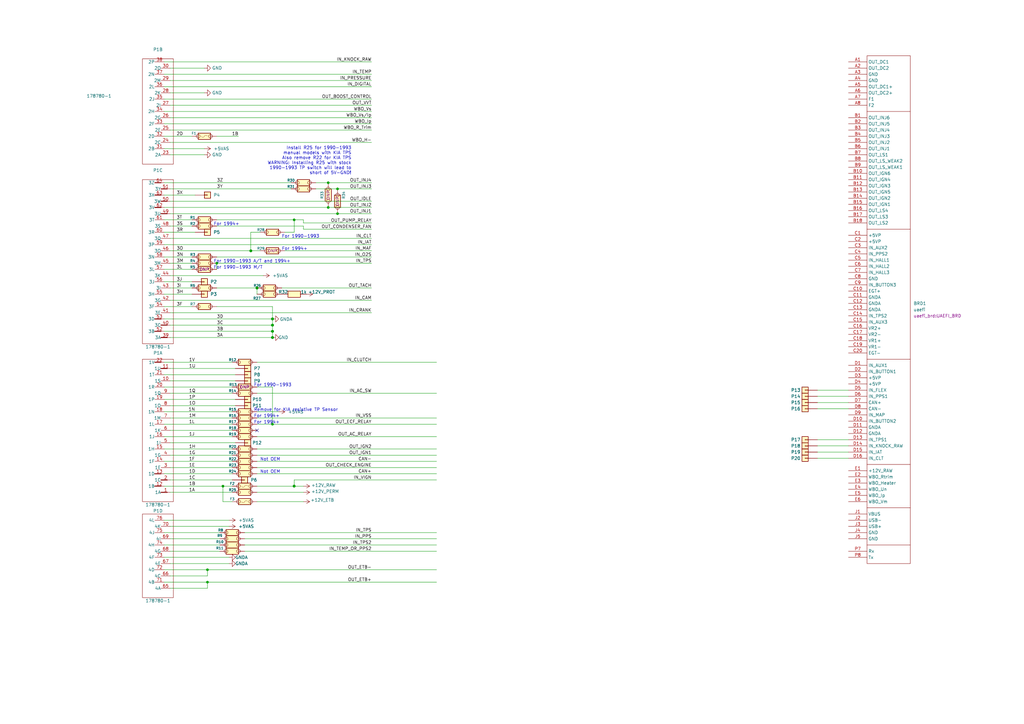
<source format=kicad_sch>
(kicad_sch (version 20230121) (generator eeschema)
  (paper "A3")
  (lib_symbols
    (symbol "178780-1:178780-1" (pin_names (offset 0.025))
      (property "Reference" "P2" (at 3.81 22.86 90))
      (property "Value" "178780-1" (at 3.81 20.32 90))
      (symbol "178780-1_1_0"
        (rectangle (start 29.21 -10.16) (end -29.21 2.54))
      )
      (symbol "178780-1_1_1"
        (polyline (pts (xy -25.4 -7.62) (xy -25.4 -5.08)) (stroke (width 0.381)))
        (polyline (pts (xy -22.86 -5.08) (xy -22.86 -2.54)) (stroke (width 0.381)))
        (polyline (pts (xy -20.32 -7.62) (xy -20.32 -5.08)) (stroke (width 0.381)))
        (polyline (pts (xy -17.78 -5.08) (xy -17.78 -2.54)) (stroke (width 0.381)))
        (polyline (pts (xy 25.4 -7.62) (xy 25.4 -5.08)) (stroke (width 0.381)))
        (polyline (pts (xy 27.94 -5.08) (xy 27.94 -2.54)) (stroke (width 0.381)))
        (pin passive line (at -25.4 -8.89 90) (length 3.81) (name "1A") (number "1"))
        (pin passive line (at 20.32 -8.89 90) (length 3.81) (name "1S") (number "10"))
        (pin passive line (at 25.4 -8.89 90) (length 3.81) (name "1U") (number "11"))
        (pin passive line (at -22.86 -6.35 90) (length 3.81) (name "1B") (number "12"))
        (pin passive line (at -17.78 -6.35 90) (length 3.81) (name "1D") (number "13"))
        (pin passive line (at -12.7 -6.35 90) (length 3.81) (name "1F") (number "14"))
        (pin passive line (at -7.62 -6.35 90) (length 3.81) (name "1H") (number "15"))
        (pin passive line (at -2.54 -6.35 90) (length 3.81) (name "1J") (number "16"))
        (pin passive line (at 2.54 -6.35 90) (length 3.81) (name "1L") (number "17"))
        (pin passive line (at 7.62 -6.35 90) (length 3.81) (name "1N") (number "18"))
        (pin passive line (at 12.7 -6.35 90) (length 3.81) (name "1P") (number "19"))
        (pin passive line (at -20.32 -8.89 90) (length 3.81) (name "1C") (number "2"))
        (pin passive line (at 17.78 -6.35 90) (length 3.81) (name "1R") (number "20"))
        (pin passive line (at 22.86 -6.35 90) (length 3.81) (name "1T") (number "21"))
        (pin passive line (at 27.94 -6.35 90) (length 3.81) (name "1V") (number "22"))
        (pin passive line (at -15.24 -8.89 90) (length 3.81) (name "1E") (number "3"))
        (pin passive line (at -10.16 -8.89 90) (length 3.81) (name "1G") (number "4"))
        (pin passive line (at -5.08 -8.89 90) (length 3.81) (name "1I") (number "5"))
        (pin passive line (at 0 -8.89 90) (length 3.81) (name "1K") (number "6"))
        (pin passive line (at 5.08 -8.89 90) (length 3.81) (name "1M") (number "7"))
        (pin passive line (at 10.16 -8.89 90) (length 3.81) (name "1O") (number "8"))
        (pin passive line (at 15.24 -8.89 90) (length 3.81) (name "1Q") (number "9"))
      )
      (symbol "178780-1_2_0"
        (rectangle (start 19.05 -10.16) (end -24.13 2.54))
      )
      (symbol "178780-1_2_1"
        (pin passive line (at -20.32 -8.89 90) (length 3.81) (name "2A") (number "23"))
        (pin passive line (at -15.24 -8.89 90) (length 3.81) (name "2C") (number "24"))
        (pin passive line (at -10.16 -8.89 90) (length 3.81) (name "2E") (number "25"))
        (pin passive line (at -5.08 -8.89 90) (length 3.81) (name "2G") (number "26"))
        (pin passive line (at 0 -8.89 90) (length 3.81) (name "2I") (number "27"))
        (pin passive line (at 5.08 -8.89 90) (length 3.81) (name "2K") (number "28"))
        (pin passive line (at 10.16 -8.89 90) (length 3.81) (name "2M") (number "29"))
        (pin passive line (at 15.24 -8.89 90) (length 3.81) (name "2O") (number "30"))
        (pin passive line (at -17.78 -6.35 90) (length 3.81) (name "2B") (number "31"))
        (pin passive line (at -12.7 -6.35 90) (length 3.81) (name "2D") (number "32"))
        (pin passive line (at -7.62 -6.35 90) (length 3.81) (name "2F") (number "33"))
        (pin passive line (at -2.54 -6.35 90) (length 3.81) (name "2H") (number "34"))
        (pin passive line (at 2.54 -6.35 90) (length 3.81) (name "2J") (number "35"))
        (pin passive line (at 7.62 -6.35 90) (length 3.81) (name "2L") (number "36"))
        (pin passive line (at 12.7 -6.35 90) (length 3.81) (name "2N") (number "37"))
        (pin passive line (at 17.78 -6.35 90) (length 3.81) (name "2P") (number "38"))
      )
      (symbol "178780-1_3_0"
        (rectangle (start 31.75 -10.16) (end -35.56 2.54))
      )
      (symbol "178780-1_3_1"
        (polyline (pts (xy -33.02 -7.62) (xy -33.02 -5.08)) (stroke (width 0.381)))
        (polyline (pts (xy -30.48 -5.08) (xy -30.48 -2.54)) (stroke (width 0.381)))
        (polyline (pts (xy -27.94 -7.62) (xy -27.94 -5.08)) (stroke (width 0.381)))
        (polyline (pts (xy -25.4 -5.08) (xy -25.4 -2.54)) (stroke (width 0.381)))
        (polyline (pts (xy 17.78 -7.62) (xy 17.78 -5.08)) (stroke (width 0.381)))
        (polyline (pts (xy 20.32 -5.08) (xy 20.32 -2.54)) (stroke (width 0.381)))
        (polyline (pts (xy 22.86 -7.62) (xy 22.86 -5.08)) (stroke (width 0.381)))
        (polyline (pts (xy 25.4 -5.08) (xy 25.4 -2.54)) (stroke (width 0.381)))
        (polyline (pts (xy 27.94 -7.62) (xy 27.94 -5.08)) (stroke (width 0.381)))
        (polyline (pts (xy 30.48 -5.08) (xy 30.48 -2.54)) (stroke (width 0.381)))
        (pin passive line (at -33.02 -8.89 90) (length 3.81) (name "3A") (number "39"))
        (pin passive line (at -27.94 -8.89 90) (length 3.81) (name "3C") (number "40"))
        (pin passive line (at -22.86 -8.89 90) (length 3.81) (name "3E") (number "41"))
        (pin passive line (at -17.78 -8.89 90) (length 3.81) (name "3G") (number "42"))
        (pin passive line (at -12.7 -8.89 90) (length 3.81) (name "3I") (number "43"))
        (pin passive line (at -7.62 -8.89 90) (length 3.81) (name "3K") (number "44"))
        (pin passive line (at -2.54 -8.89 90) (length 3.81) (name "3M") (number "45"))
        (pin passive line (at 2.54 -8.89 90) (length 3.81) (name "3O") (number "46"))
        (pin passive line (at 7.62 -8.89 90) (length 3.81) (name "3Q") (number "47"))
        (pin passive line (at 12.7 -8.89 90) (length 3.81) (name "3S") (number "48"))
        (pin passive line (at 17.78 -8.89 90) (length 3.81) (name "3U") (number "49"))
        (pin passive line (at 22.86 -8.89 90) (length 3.81) (name "3W") (number "50"))
        (pin passive line (at 27.94 -8.89 90) (length 3.81) (name "3Y") (number "51"))
        (pin passive line (at -30.48 -6.35 90) (length 3.81) (name "3B") (number "52"))
        (pin passive line (at -25.4 -6.35 90) (length 3.81) (name "3D") (number "53"))
        (pin passive line (at -20.32 -6.35 90) (length 3.81) (name "3F") (number "54"))
        (pin passive line (at -15.24 -6.35 90) (length 3.81) (name "3H") (number "55"))
        (pin passive line (at -10.16 -6.35 90) (length 3.81) (name "3J") (number "56"))
        (pin passive line (at -5.08 -6.35 90) (length 3.81) (name "3L") (number "57"))
        (pin passive line (at 0 -6.35 90) (length 3.81) (name "3N") (number "58"))
        (pin passive line (at 5.08 -6.35 90) (length 3.81) (name "3P") (number "59"))
        (pin passive line (at 10.16 -6.35 90) (length 3.81) (name "3R") (number "60"))
        (pin passive line (at 15.24 -6.35 90) (length 3.81) (name "3T") (number "61"))
        (pin passive line (at 20.32 -6.35 90) (length 3.81) (name "3V") (number "62"))
        (pin passive line (at 25.4 -6.35 90) (length 3.81) (name "3X") (number "63"))
        (pin passive line (at 30.48 -6.35 90) (length 3.81) (name "3Z") (number "64"))
      )
      (symbol "178780-1_4_0"
        (rectangle (start -29.21 2.54) (end 5.08 -10.16))
      )
      (symbol "178780-1_4_1"
        (pin passive line (at -25.4 -8.89 90) (length 3.81) (name "4A") (number "65"))
        (pin passive line (at -20.32 -8.89 90) (length 3.81) (name "4C") (number "66"))
        (pin passive line (at -15.24 -8.89 90) (length 3.81) (name "4E") (number "67"))
        (pin passive line (at -10.16 -8.89 90) (length 3.81) (name "4G") (number "68"))
        (pin passive line (at -5.08 -8.89 90) (length 3.81) (name "4I") (number "69"))
        (pin passive line (at 0 -8.89 90) (length 3.81) (name "4K") (number "70"))
        (pin passive line (at -22.86 -6.35 90) (length 3.81) (name "4B") (number "71"))
        (pin passive line (at -17.78 -6.35 90) (length 3.81) (name "4D") (number "72"))
        (pin passive line (at -12.7 -6.35 90) (length 3.81) (name "4F") (number "73"))
        (pin passive line (at -7.62 -6.35 90) (length 3.81) (name "4H") (number "74"))
        (pin passive line (at -2.54 -6.35 90) (length 3.81) (name "4J") (number "75"))
        (pin passive line (at 2.54 -6.35 90) (length 3.81) (name "4L") (number "76"))
      )
    )
    (symbol "alphax:+5VAS" (power) (pin_names (offset 0))
      (property "Value" "+5VAS" (at 2.8912 2.1493 90))
      (symbol "+5VAS_0_1"
        (polyline (pts (xy -0.762 1.27) (xy 0 2.54)))
        (polyline (pts (xy 0 0) (xy 0 2.54)))
        (polyline (pts (xy 0 2.54) (xy 0.762 1.27)))
      )
      (symbol "+5VAS_1_1"
        (pin power_in line (at 0 0 90) (length 0) hide (name "+5VAS") (number "1"))
      )
    )
    (symbol "hellen-one-common:+12V_PERM" (power) (pin_names (offset 0))
      (property "Value" "+12V_PERM" (at 0 3.556 0))
      (symbol "+12V_PERM_0_1"
        (polyline (pts (xy -0.762 1.27) (xy 0 2.54)))
        (polyline (pts (xy 0 0) (xy 0 2.54)))
        (polyline (pts (xy 0 2.54) (xy 0.762 1.27)))
      )
      (symbol "+12V_PERM_1_1"
        (pin power_in line (at 0 0 90) (length 0) hide (name "+12V_PERM") (number "1"))
      )
    )
    (symbol "hellen-one-common:+12V_PROT" (power) (pin_names (offset 0))
      (property "Value" "+12V_PROT" (at 0 3.556 0))
      (symbol "+12V_PROT_0_1"
        (polyline (pts (xy -0.762 1.27) (xy 0 2.54)))
        (polyline (pts (xy 0 0) (xy 0 2.54)))
        (polyline (pts (xy 0 2.54) (xy 0.762 1.27)))
      )
      (symbol "+12V_PROT_1_1"
        (pin power_in line (at 0 0 90) (length 0) hide (name "+12V_PROT") (number "1"))
      )
    )
    (symbol "hellen-one-common:+12V_RAW" (power) (pin_names (offset 0))
      (property "Value" "+12V_RAW" (at 0 3.556 0))
      (symbol "+12V_RAW_0_1"
        (polyline (pts (xy -0.762 1.27) (xy 0 2.54)))
        (polyline (pts (xy 0 0) (xy 0 2.54)))
        (polyline (pts (xy 0 2.54) (xy 0.762 1.27)))
      )
      (symbol "+12V_RAW_1_1"
        (pin power_in line (at 0 0 90) (length 0) hide (name "+12V_RAW") (number "1"))
      )
    )
    (symbol "hellen-one-common:+12V_RAW_1" (power) (pin_names (offset 0))
      (property "Value" "+12V_ETB" (at 3.1751 0.3683 90))
      (symbol "+12V_RAW_1_0_1"
        (polyline (pts (xy -0.762 1.27) (xy 0 2.54)))
        (polyline (pts (xy 0 0) (xy 0 2.54)))
        (polyline (pts (xy 0 2.54) (xy 0.762 1.27)))
      )
      (symbol "+12V_RAW_1_1_1"
        (pin power_in line (at 0 0 90) (length 0) hide (name "+12V_ETB") (number "1"))
      )
    )
    (symbol "hellen-one-common:Fuse-Pad-Pad" (pin_numbers hide) (pin_names (offset 0.762) hide)
      (property "Reference" "F" (at 0 2.54 0))
      (symbol "Fuse-Pad-Pad_0_1"
        (circle (center -2.54 0) (radius 0.762))
        (arc (start -1.27 0) (mid -0.635 -0.4563) (end 0 0) (stroke (width 0.0005)))
        (arc (start 1.27 0) (mid 0.635 0.398) (end 0 0) (stroke (width 0.0005)))
        (circle (center 2.54 0) (radius 0.762))
        (pin passive line (at -5.08 0 0) (length 2.54) (name "1") (number "1"))
        (pin passive line (at 5.08 0 180) (length 2.54) (name "2") (number "2"))
      )
      (symbol "Fuse-Pad-Pad_1_0"
        (rectangle (start -2.54 -1.27) (end 2.54 1.27) (stroke (width 0.254)) (fill (type background)))
      )
    )
    (symbol "hellen-one-common:Jumper-Pad-Pad" (pin_numbers hide) (pin_names (offset 0.762) hide)
      (property "Reference" "R" (at 0 2.54 0))
      (symbol "Jumper-Pad-Pad_0_1"
        (circle (center -2.54 0) (radius 0.762))
        (circle (center 2.54 0) (radius 0.762))
        (pin passive line (at -5.08 0 0) (length 2.54) (name "1") (number "1"))
        (pin passive line (at 5.08 0 180) (length 2.54) (name "2") (number "2"))
      )
      (symbol "Jumper-Pad-Pad_1_0"
        (rectangle (start -2.54 -1.27) (end 2.54 1.27) (stroke (width 0.254)) (fill (type background)))
      )
    )
    (symbol "hellen-one-common:Pad" (pin_numbers hide) (pin_names (offset 1.016) hide)
      (property "Reference" "P" (at 2.54 0 0))
      (symbol "Pad_1_1"
        (rectangle (start -1.27 0.127) (end 0 -0.127) (stroke (width 0.1524)))
        (rectangle (start -1.27 1.27) (end 1.27 -1.27) (stroke (width 0.254)) (fill (type background)))
        (pin passive line (at -5.08 0 0) (length 3.81) (name "Pin_1") (number "1"))
      )
    )
    (symbol "hellen-one-common:Res" (pin_numbers hide)
      (property "Reference" "R" (at 3.81 2.54 0))
      (property "Value" "Res" (at 5.08 -2.54 0))
      (symbol "Res_1_0"
        (rectangle (start 2.54 -1.27) (end 7.62 1.27) (stroke (width 0.254)) (fill (type background)))
        (pin passive line (at 0 0 0) (length 2.54) (name "") (number "1"))
        (pin passive line (at 10.16 0 180) (length 2.54) (name "") (number "2"))
      )
    )
    (symbol "power:GND" (power) (pin_names (offset 0))
      (property "Value" "GND" (at 0 -3.81 0))
      (symbol "GND_0_1"
        (polyline (pts (xy 0 0) (xy 0 -1.27) (xy 1.27 -1.27) (xy 0 -2.54) (xy -1.27 -1.27) (xy 0 -1.27)))
      )
      (symbol "GND_1_1"
        (pin power_in line (at 0 0 270) (length 0) hide (name "GND") (number "1"))
      )
    )
    (symbol "power:GNDA" (power) (pin_names (offset 0))
      (property "Value" "GNDA" (at 0 -3.81 0))
      (symbol "GNDA_0_1"
        (polyline (pts (xy 0 0) (xy 0 -1.27) (xy 1.27 -1.27) (xy 0 -2.54) (xy -1.27 -1.27) (xy 0 -1.27)))
      )
      (symbol "GNDA_1_1"
        (pin power_in line (at 0 0 270) (length 0) hide (name "GNDA") (number "1"))
      )
    )
    (symbol "uaefi_brd:UAEFI_BRD"
      (property "Reference" "BRD?" (at 0 5.08 0))
      (property "Value" "uaefi" (at 5.08 -210.82 0))
      (property "Footprint" "uaefi_brd:UAEFI_BRD" (at 12.7 -208.28 0))
      (symbol "UAEFI_BRD_0_1"
        (polyline (pts (xy 7.62 -198.12) (xy 25.4 -198.12)))
        (polyline (pts (xy 7.62 -182.88) (xy 25.4 -182.88)))
        (polyline (pts (xy 7.62 -165.1) (xy 25.4 -165.1)))
        (polyline (pts (xy 7.62 -121.92) (xy 25.4 -121.92)))
        (polyline (pts (xy 7.62 -68.58) (xy 25.4 -68.58)))
        (polyline (pts (xy 7.62 -20.32) (xy 25.4 -20.32)))
        (rectangle (start 7.62 2.54) (end 25.4 -205.74))
      )
      (symbol "UAEFI_BRD_1_0"
        (pin passive line (at 0 -106.68 0) (length 7.62) (name "IN_AUX3") (number "C15"))
        (pin passive line (at 0 -109.22 0) (length 7.62) (name "VR2+") (number "C16"))
        (pin passive line (at 0 -111.76 0) (length 7.62) (name "VR2-") (number "C17"))
        (pin passive line (at 0 -114.3 0) (length 7.62) (name "VR1+") (number "C18"))
        (pin passive line (at 0 -116.84 0) (length 7.62) (name "VR1-") (number "C19"))
        (pin passive line (at 0 -119.38 0) (length 7.62) (name "EGT-") (number "C20"))
        (pin passive line (at 0 -124.46 0) (length 7.62) (name "IN_AUX1") (number "D1"))
        (pin passive line (at 0 -147.32 0) (length 7.62) (name "IN_BUTTON2") (number "D10"))
        (pin passive line (at 0 -149.86 0) (length 7.62) (name "GNDA") (number "D11"))
        (pin passive line (at 0 -152.4 0) (length 7.62) (name "GNDA") (number "D12"))
        (pin passive line (at 0 -154.94 0) (length 7.62) (name "IN_TPS1") (number "D13"))
        (pin passive line (at 0 -157.48 0) (length 7.62) (name "IN_KNOCK_RAW") (number "D14"))
        (pin passive line (at 0 -160.02 0) (length 7.62) (name "IN_IAT") (number "D15"))
        (pin passive line (at 0 -162.56 0) (length 7.62) (name "IN_CLT") (number "D16"))
        (pin passive line (at 0 -127 0) (length 7.62) (name "IN_BUTTON1") (number "D2"))
        (pin passive line (at 0 -129.54 0) (length 7.62) (name "+5VP") (number "D3"))
        (pin passive line (at 0 -132.08 0) (length 7.62) (name "+5VP") (number "D4"))
        (pin passive line (at 0 -134.62 0) (length 7.62) (name "IN_FLEX") (number "D5"))
        (pin passive line (at 0 -137.16 0) (length 7.62) (name "IN_PPS1") (number "D6"))
        (pin passive line (at 0 -139.7 0) (length 7.62) (name "CAN+") (number "D7"))
        (pin passive line (at 0 -142.24 0) (length 7.62) (name "CAN-") (number "D8"))
        (pin passive line (at 0 -144.78 0) (length 7.62) (name "IN_MAP") (number "D9"))
        (pin passive line (at 0 -167.64 0) (length 7.62) (name "+12V_RAW") (number "E1"))
        (pin passive line (at 0 -170.18 0) (length 7.62) (name "WBO_Rtrim") (number "E2"))
        (pin passive line (at 0 -172.72 0) (length 7.62) (name "WBO_Heater") (number "E3"))
        (pin passive line (at 0 -175.26 0) (length 7.62) (name "WBO_Un") (number "E4"))
        (pin passive line (at 0 -177.8 0) (length 7.62) (name "WBO_Ip") (number "E5"))
        (pin passive line (at 0 -180.34 0) (length 7.62) (name "WBO_Vm") (number "E6"))
        (pin passive line (at 0 -185.42 0) (length 7.62) (name "VBUS") (number "J1"))
        (pin passive line (at 0 -187.96 0) (length 7.62) (name "USB-") (number "J2"))
        (pin passive line (at 0 -190.5 0) (length 7.62) (name "USB+") (number "J3"))
        (pin passive line (at 0 -193.04 0) (length 7.62) (name "GND") (number "J4"))
        (pin passive line (at 0 -195.58 0) (length 7.62) (name "GND") (number "J5"))
        (pin passive line (at 0 -200.66 0) (length 7.62) (name "Rx") (number "P7"))
        (pin passive line (at 0 -203.2 0) (length 7.62) (name "Tx") (number "P8"))
      )
      (symbol "UAEFI_BRD_1_1"
        (pin passive line (at 0 0 0) (length 7.62) (name "OUT_DC1") (number "A1"))
        (pin passive line (at 0 -2.54 0) (length 7.62) (name "OUT_DC2") (number "A2"))
        (pin passive line (at 0 -5.08 0) (length 7.62) (name "GND") (number "A3"))
        (pin passive line (at 0 -7.62 0) (length 7.62) (name "GND") (number "A4"))
        (pin passive line (at 0 -10.16 0) (length 7.62) (name "OUT_DC1+") (number "A5"))
        (pin passive line (at 0 -12.7 0) (length 7.62) (name "OUT_DC2+") (number "A6"))
        (pin passive line (at 0 -15.24 0) (length 7.62) (name "F1") (number "A7"))
        (pin passive line (at 0 -17.78 0) (length 7.62) (name "F2") (number "A8"))
        (pin passive line (at 0 -22.86 0) (length 7.62) (name "OUT_INJ6") (number "B1"))
        (pin passive line (at 0 -45.72 0) (length 7.62) (name "OUT_IGN6") (number "B10"))
        (pin passive line (at 0 -48.26 0) (length 7.62) (name "OUT_IGN4") (number "B11"))
        (pin passive line (at 0 -50.8 0) (length 7.62) (name "OUT_IGN3") (number "B12"))
        (pin passive line (at 0 -53.34 0) (length 7.62) (name "OUT_IGN5") (number "B13"))
        (pin passive line (at 0 -55.88 0) (length 7.62) (name "OUT_IGN2") (number "B14"))
        (pin passive line (at 0 -58.42 0) (length 7.62) (name "OUT_IGN1") (number "B15"))
        (pin passive line (at 0 -60.96 0) (length 7.62) (name "OUT_LS4") (number "B16"))
        (pin passive line (at 0 -63.5 0) (length 7.62) (name "OUT_LS3") (number "B17"))
        (pin passive line (at 0 -66.04 0) (length 7.62) (name "OUT_LS2") (number "B18"))
        (pin passive line (at 0 -25.4 0) (length 7.62) (name "OUT_INJ5") (number "B2"))
        (pin passive line (at 0 -27.94 0) (length 7.62) (name "OUT_INJ4") (number "B3"))
        (pin passive line (at 0 -30.48 0) (length 7.62) (name "OUT_INJ3") (number "B4"))
        (pin passive line (at 0 -33.02 0) (length 7.62) (name "OUT_INJ2") (number "B5"))
        (pin passive line (at 0 -35.56 0) (length 7.62) (name "OUT_INJ1") (number "B6"))
        (pin passive line (at 0 -38.1 0) (length 7.62) (name "OUT_LS1") (number "B7"))
        (pin passive line (at 0 -40.64 0) (length 7.62) (name "OUT_LS_WEAK2") (number "B8"))
        (pin passive line (at 0 -43.18 0) (length 7.62) (name "OUT_LS_WEAK1") (number "B9"))
        (pin passive line (at 0 -71.12 0) (length 7.62) (name "+5VP") (number "C1"))
        (pin passive line (at 0 -93.98 0) (length 7.62) (name "EGT+") (number "C10"))
        (pin passive line (at 0 -96.52 0) (length 7.62) (name "GNDA") (number "C11"))
        (pin passive line (at 0 -99.06 0) (length 7.62) (name "GNDA") (number "C12"))
        (pin passive line (at 0 -101.6 0) (length 7.62) (name "GNDA") (number "C13"))
        (pin passive line (at 0 -104.14 0) (length 7.62) (name "IN_TPS2") (number "C14"))
        (pin passive line (at 0 -73.66 0) (length 7.62) (name "+5VP") (number "C2"))
        (pin passive line (at 0 -76.2 0) (length 7.62) (name "IN_AUX2") (number "C3"))
        (pin passive line (at 0 -78.74 0) (length 7.62) (name "IN_PPS2") (number "C4"))
        (pin passive line (at 0 -81.28 0) (length 7.62) (name "IN_HALL1") (number "C5"))
        (pin passive line (at 0 -83.82 0) (length 7.62) (name "IN_HALL2") (number "C6"))
        (pin passive line (at 0 -86.36 0) (length 7.62) (name "IN_HALL3") (number "C7"))
        (pin passive line (at 0 -88.9 0) (length 7.62) (name "GND") (number "C8"))
        (pin passive line (at 0 -91.44 0) (length 7.62) (name "IN_BUTTON3") (number "C9"))
      )
    )
  )
  (junction (at 111.76 135.89) (diameter 1.016))
  (junction (at 91.44 199.39))
  (junction (at 138.43 87.63))
  (junction (at 85.09 238.76))
  (junction (at 102.87 102.87) (diameter 1.016))
  (junction (at 111.76 130.81) (diameter 1.016))
  (junction (at 120.65 199.39) (diameter 1.016))
  (junction (at 120.65 90.17))
  (junction (at 111.76 133.35) (diameter 1.016))
  (junction (at 134.62 85.09))
  (junction (at 138.43 77.47))
  (junction (at 134.62 74.93))
  (junction (at 111.76 173.99))
  (junction (at 111.76 138.43) (diameter 1.016))
  (junction (at 105.41 118.11) (diameter 1.016))
  (junction (at 88.9 107.95))
  (junction (at 85.09 233.68))
  (no_connect (at 105.41 176.53))
  (wire (pts (xy 116.84 102.87) (xy 152.4 102.87)))
  (wire (pts (xy 102.87 102.87) (xy 69.85 102.87)))
  (wire (pts (xy 124.46 201.93) (xy 105.41 201.93)))
  (wire (pts (xy 67.31 40.64) (xy 152.4 40.64)))
  (wire (pts (xy 124.46 90.17) (xy 124.46 91.44)))
  (wire (pts (xy 124.46 93.98) (xy 152.4 93.98)))
  (wire (pts (xy 67.31 179.07) (xy 95.25 179.07)))
  (wire (pts (xy 116.84 95.25) (xy 120.65 95.25)))
  (wire (pts (xy 115.57 118.11) (xy 152.4 118.11)))
  (wire (pts (xy 335.28 162.56) (xy 347.98 162.56)))
  (wire (pts (xy 67.31 173.99) (xy 95.25 173.99)))
  (wire (pts (xy 67.31 125.73) (xy 78.74 125.73)))
  (wire (pts (xy 129.54 77.47) (xy 138.43 77.47)))
  (wire (pts (xy 88.9 125.73) (xy 111.76 125.73)))
  (wire (pts (xy 96.52 153.67) (xy 67.31 153.67)))
  (wire (pts (xy 67.31 233.68) (xy 85.09 233.68)))
  (wire (pts (xy 106.68 102.87) (xy 102.87 102.87)))
  (wire (pts (xy 69.85 53.34) (xy 152.4 53.34)))
  (wire (pts (xy 95.25 196.85) (xy 69.85 196.85)))
  (wire (pts (xy 95.25 201.93) (xy 69.85 201.93)))
  (wire (pts (xy 67.31 60.96) (xy 83.82 60.96)))
  (wire (pts (xy 134.62 85.09) (xy 152.4 85.09)))
  (wire (pts (xy 100.33 220.98) (xy 179.07 220.98)))
  (wire (pts (xy 111.76 135.89) (xy 111.76 133.35)))
  (wire (pts (xy 100.33 223.52) (xy 179.07 223.52)))
  (wire (pts (xy 120.65 199.39) (xy 105.41 199.39)))
  (wire (pts (xy 91.44 199.39) (xy 67.31 199.39)))
  (wire (pts (xy 105.41 148.59) (xy 179.07 148.59)))
  (wire (pts (xy 120.65 90.17) (xy 124.46 90.17)))
  (wire (pts (xy 69.85 58.42) (xy 152.4 58.42)))
  (wire (pts (xy 105.41 173.99) (xy 111.76 173.99)))
  (wire (pts (xy 335.28 167.64) (xy 347.98 167.64)))
  (wire (pts (xy 69.85 215.9) (xy 93.98 215.9)))
  (wire (pts (xy 67.31 213.36) (xy 93.98 213.36)))
  (wire (pts (xy 67.31 168.91) (xy 95.25 168.91)))
  (wire (pts (xy 95.25 176.53) (xy 69.85 176.53)))
  (wire (pts (xy 119.38 74.93) (xy 67.31 74.93)))
  (wire (pts (xy 69.85 97.79) (xy 152.4 97.79)))
  (wire (pts (xy 67.31 218.44) (xy 90.17 218.44)))
  (wire (pts (xy 88.9 55.88) (xy 97.79 55.88)))
  (wire (pts (xy 69.85 123.19) (xy 152.4 123.19)))
  (wire (pts (xy 111.76 138.43) (xy 111.76 135.89)))
  (wire (pts (xy 80.01 95.25) (xy 67.31 95.25)))
  (wire (pts (xy 69.85 48.26) (xy 152.4 48.26)))
  (wire (pts (xy 124.46 205.74) (xy 105.41 205.74)))
  (wire (pts (xy 67.31 238.76) (xy 85.09 238.76)))
  (wire (pts (xy 95.25 199.39) (xy 91.44 199.39)))
  (wire (pts (xy 335.28 187.96) (xy 347.98 187.96)))
  (wire (pts (xy 69.85 220.98) (xy 90.17 220.98)))
  (wire (pts (xy 88.9 105.41) (xy 152.4 105.41)))
  (wire (pts (xy 85.09 238.76) (xy 179.07 238.76)))
  (wire (pts (xy 95.25 189.23) (xy 67.31 189.23)))
  (wire (pts (xy 69.85 43.18) (xy 152.4 43.18)))
  (wire (pts (xy 111.76 173.99) (xy 179.07 173.99)))
  (wire (pts (xy 67.31 35.56) (xy 152.4 35.56)))
  (wire (pts (xy 105.41 179.07) (xy 179.07 179.07)))
  (wire (pts (xy 67.31 85.09) (xy 134.62 85.09)))
  (wire (pts (xy 69.85 241.3) (xy 85.09 241.3)))
  (wire (pts (xy 138.43 77.47) (xy 152.4 77.47)))
  (wire (pts (xy 111.76 158.75) (xy 111.76 173.99)))
  (wire (pts (xy 67.31 228.6) (xy 93.98 228.6)))
  (wire (pts (xy 96.52 156.21) (xy 69.85 156.21)))
  (wire (pts (xy 69.85 82.55) (xy 152.4 82.55)))
  (wire (pts (xy 67.31 223.52) (xy 90.17 223.52)))
  (wire (pts (xy 69.85 231.14) (xy 93.98 231.14)))
  (wire (pts (xy 120.65 196.85) (xy 179.07 196.85)))
  (wire (pts (xy 67.31 25.4) (xy 152.4 25.4)))
  (wire (pts (xy 111.76 133.35) (xy 69.85 133.35)))
  (wire (pts (xy 69.85 27.94) (xy 83.82 27.94)))
  (wire (pts (xy 124.46 92.71) (xy 88.9 92.71)))
  (wire (pts (xy 95.25 161.29) (xy 69.85 161.29)))
  (wire (pts (xy 105.41 189.23) (xy 179.07 189.23)))
  (wire (pts (xy 120.65 90.17) (xy 88.9 90.17)))
  (wire (pts (xy 67.31 30.48) (xy 152.4 30.48)))
  (wire (pts (xy 105.41 184.15) (xy 179.07 184.15)))
  (wire (pts (xy 134.62 74.93) (xy 152.4 74.93)))
  (wire (pts (xy 85.09 241.3) (xy 85.09 238.76)))
  (wire (pts (xy 67.31 50.8) (xy 152.4 50.8)))
  (wire (pts (xy 95.25 191.77) (xy 69.85 191.77)))
  (wire (pts (xy 124.46 91.44) (xy 152.4 91.44)))
  (wire (pts (xy 335.28 160.02) (xy 347.98 160.02)))
  (wire (pts (xy 69.85 128.27) (xy 152.4 128.27)))
  (wire (pts (xy 69.85 138.43) (xy 111.76 138.43)))
  (wire (pts (xy 67.31 158.75) (xy 95.25 158.75)))
  (wire (pts (xy 124.46 199.39) (xy 120.65 199.39)))
  (wire (pts (xy 69.85 63.5) (xy 83.82 63.5)))
  (wire (pts (xy 69.85 87.63) (xy 138.43 87.63)))
  (wire (pts (xy 91.44 205.74) (xy 95.25 205.74)))
  (wire (pts (xy 96.52 163.83) (xy 67.31 163.83)))
  (wire (pts (xy 67.31 110.49) (xy 78.74 110.49)))
  (wire (pts (xy 107.95 113.03) (xy 69.85 113.03)))
  (wire (pts (xy 102.87 95.25) (xy 102.87 102.87)))
  (wire (pts (xy 96.52 166.37) (xy 69.85 166.37)))
  (wire (pts (xy 105.41 186.69) (xy 179.07 186.69)))
  (wire (pts (xy 129.54 74.93) (xy 134.62 74.93)))
  (wire (pts (xy 105.41 194.31) (xy 179.07 194.31)))
  (wire (pts (xy 111.76 133.35) (xy 111.76 130.81)))
  (wire (pts (xy 69.85 226.06) (xy 90.17 226.06)))
  (wire (pts (xy 67.31 55.88) (xy 78.74 55.88)))
  (wire (pts (xy 69.85 33.02) (xy 152.4 33.02)))
  (wire (pts (xy 335.28 180.34) (xy 347.98 180.34)))
  (wire (pts (xy 105.41 118.11) (xy 88.9 118.11)))
  (wire (pts (xy 95.25 171.45) (xy 69.85 171.45)))
  (wire (pts (xy 105.41 171.45) (xy 179.07 171.45)))
  (wire (pts (xy 88.9 107.95) (xy 88.9 110.49)))
  (wire (pts (xy 80.01 80.01) (xy 67.31 80.01)))
  (wire (pts (xy 67.31 45.72) (xy 152.4 45.72)))
  (wire (pts (xy 67.31 115.57) (xy 78.74 115.57)))
  (wire (pts (xy 67.31 105.41) (xy 78.74 105.41)))
  (wire (pts (xy 105.41 191.77) (xy 179.07 191.77)))
  (wire (pts (xy 119.38 77.47) (xy 69.85 77.47)))
  (wire (pts (xy 67.31 184.15) (xy 95.25 184.15)))
  (wire (pts (xy 111.76 130.81) (xy 67.31 130.81)))
  (wire (pts (xy 78.74 107.95) (xy 69.85 107.95)))
  (wire (pts (xy 78.74 92.71) (xy 69.85 92.71)))
  (wire (pts (xy 67.31 135.89) (xy 111.76 135.89)))
  (wire (pts (xy 96.52 151.13) (xy 69.85 151.13)))
  (wire (pts (xy 88.9 107.95) (xy 152.4 107.95)))
  (wire (pts (xy 105.41 118.11) (xy 105.41 120.65)))
  (wire (pts (xy 138.43 87.63) (xy 152.4 87.63)))
  (wire (pts (xy 85.09 236.22) (xy 85.09 233.68)))
  (wire (pts (xy 105.41 161.29) (xy 179.07 161.29)))
  (wire (pts (xy 124.46 93.98) (xy 124.46 92.71)))
  (wire (pts (xy 91.44 199.39) (xy 91.44 205.74)))
  (wire (pts (xy 67.31 148.59) (xy 95.25 148.59)))
  (wire (pts (xy 67.31 90.17) (xy 78.74 90.17)))
  (wire (pts (xy 67.31 100.33) (xy 152.4 100.33)))
  (wire (pts (xy 111.76 125.73) (xy 111.76 130.81)))
  (wire (pts (xy 78.74 118.11) (xy 69.85 118.11)))
  (wire (pts (xy 335.28 185.42) (xy 347.98 185.42)))
  (wire (pts (xy 105.41 168.91) (xy 114.3 168.91)))
  (wire (pts (xy 111.76 158.75) (xy 105.41 158.75)))
  (wire (pts (xy 120.65 196.85) (xy 120.65 199.39)))
  (wire (pts (xy 100.33 226.06) (xy 179.07 226.06)))
  (wire (pts (xy 100.33 218.44) (xy 179.07 218.44)))
  (wire (pts (xy 106.68 95.25) (xy 102.87 95.25)))
  (wire (pts (xy 120.65 95.25) (xy 120.65 90.17)))
  (wire (pts (xy 335.28 182.88) (xy 347.98 182.88)))
  (wire (pts (xy 85.09 233.68) (xy 179.07 233.68)))
  (wire (pts (xy 335.28 165.1) (xy 347.98 165.1)))
  (wire (pts (xy 67.31 120.65) (xy 78.74 120.65)))
  (wire (pts (xy 95.25 186.69) (xy 69.85 186.69)))
  (wire (pts (xy 96.52 181.61) (xy 69.85 181.61)))
  (wire (pts (xy 69.85 38.1) (xy 83.82 38.1)))
  (wire (pts (xy 69.85 236.22) (xy 85.09 236.22)))
  (wire (pts (xy 95.25 194.31) (xy 67.31 194.31)))
  (text "For 1994+\n" (at 104.14 171.45 0) (effects (font (size 1.27 1.27)) (justify left bottom)))
  (text "For 1990-1993" (at 115.57 97.79 0) (effects (font (size 1.27 1.27)) (justify left bottom)))
  (text "Not OEM" (at 106.68 194.31 0) (effects (font (size 1.27 1.27)) (justify left bottom)))
  (text "For 1990-1993\n" (at 104.14 158.75 0) (effects (font (size 1.27 1.27)) (justify left bottom)))
  (text "Not OEM" (at 106.68 189.23 0) (effects (font (size 1.27 1.27)) (justify left bottom)))
  (text "For 1994+" (at 104.14 173.99 0) (effects (font (size 1.27 1.27)) (justify left bottom)))
  (text "Install R25 for 1990-1993\nmanual models with KIA TPS\nAlso remove R22 for KIA TPS\nWARNING: Installing R25 with stock\n1990-1993 TP switch will lead to\nshort of 5V-GND!" (at 144.145 71.755 0) (effects (font (size 1.27 1.27)) (justify right bottom)))
  (text "For 1990-1993 M/T" (at 87.63 110.49 0) (effects (font (size 1.27 1.27)) (justify left bottom)))
  (text "For 1994+\n" (at 115.57 102.87 0) (effects (font (size 1.27 1.27)) (justify left bottom)))
  (text "For 1990-1993 A/T and 1994+" (at 87.63 107.95 0) (effects (font (size 1.27 1.27)) (justify left bottom)))
  (text "For 1994+" (at 87.63 92.71 0) (effects (font (size 1.27 1.27)) (justify left bottom)))
  (text "Remove for KIA resistive TP Sensor" (at 104.14 168.91 0) (effects (font (size 1.27 1.27)) (justify left bottom)))
  (label "IN_MAF" (at 152.4 102.87 180))
  (label "3C" (at 88.9 133.35 0))
  (label "IN_AC_SW" (at 152.4 161.29 180))
  (label "IN_CAM" (at 152.4 123.19 180))
  (label "IN_PRESSURE" (at 152.4 33.02 180))
  (label "OUT_VVT" (at 152.4 43.18 180))
  (label "3A" (at 88.9 138.43 0))
  (label "3X" (at 72.39 80.01 0))
  (label "IN_CLT" (at 152.4 97.79 180))
  (label "OUT_INJ4" (at 152.4 74.93 180))
  (label "1G" (at 77.47 186.69 0))
  (label "IN_PPS" (at 152.4 220.98 180))
  (label "IN_TPS2" (at 152.4 223.52 180))
  (label "1V" (at 77.47 148.59 0))
  (label "IN_KNOCK_RAW" (at 152.4 25.4 180))
  (label "IN_TPS" (at 152.4 107.95 180))
  (label "1Q" (at 77.47 161.29 0))
  (label "3R" (at 72.39 95.25 0))
  (label "IN_IAT" (at 152.4 100.33 180))
  (label "3S" (at 72.39 92.71 0))
  (label "1P" (at 77.47 163.83 0))
  (label "1B" (at 77.47 199.39 0))
  (label "3J" (at 72.39 115.57 0))
  (label "OUT_TACH" (at 152.4 118.11 180))
  (label "1F" (at 77.47 189.23 0))
  (label "3I" (at 72.39 118.11 0))
  (label "3M" (at 72.39 107.95 0))
  (label "IN_TEMP" (at 152.4 30.48 180))
  (label "1O" (at 77.47 166.37 0))
  (label "WBO_Vs" (at 152.4 45.72 180))
  (label "3Z" (at 88.9 74.93 0))
  (label "WBO_H-" (at 152.4 58.42 180))
  (label "1D" (at 77.47 194.31 0))
  (label "1M" (at 77.47 171.45 0))
  (label "OUT_IDLE" (at 152.4 82.55 180))
  (label "3T" (at 72.39 90.17 0))
  (label "OUT_PUMP_RELAY" (at 152.4 91.44 180))
  (label "IN_TEMP_OR_PPS2" (at 152.4 226.06 180))
  (label "OUT_CONDENSER_FAN" (at 152.4 93.98 180))
  (label "2D" (at 72.39 55.88 0))
  (label "3B" (at 88.9 135.89 0))
  (label "CAN+" (at 152.4 194.31 180))
  (label "OUT_CHECK_ENGINE" (at 152.4 191.77 180))
  (label "WBO_Ip" (at 152.4 50.8 180))
  (label "1C" (at 77.47 196.85 0))
  (label "3N" (at 72.39 105.41 0))
  (label "3H" (at 72.39 120.65 0))
  (label "1A" (at 77.47 201.93 0))
  (label "OUT_IGN1" (at 152.4 186.69 180))
  (label "1L" (at 77.47 173.99 0))
  (label "OUT_INJ3" (at 152.4 77.47 180))
  (label "1J" (at 77.47 179.07 0))
  (label "1H" (at 77.47 184.15 0))
  (label "IN_CRANK" (at 152.4 128.27 180))
  (label "OUT_ETB-" (at 152.4 233.68 180))
  (label "3Y" (at 88.9 77.47 0))
  (label "3D" (at 88.9 130.81 0))
  (label "1B" (at 97.79 55.88 180))
  (label "OUT_INJ2" (at 152.4 85.09 180))
  (label "3O" (at 72.39 102.87 0))
  (label "WBO_R_Trim" (at 152.4 53.34 180))
  (label "IN_CLUTCH" (at 152.4 148.59 180))
  (label "IN_DIGITAL" (at 152.4 35.56 180))
  (label "3L" (at 72.39 110.49 0))
  (label "OUT_IGN2" (at 152.4 184.15 180))
  (label "OUT_BOOST_CONTROL" (at 152.4 40.64 180))
  (label "OUT_ECF_RELAY" (at 152.4 173.99 180))
  (label "IN_VSS" (at 152.4 171.45 180))
  (label "OUT_ETB+" (at 152.4 238.76 180))
  (label "1E" (at 77.47 191.77 0))
  (label "3F" (at 72.39 125.73 0))
  (label "1N" (at 80.01 168.91 180))
  (label "OUT_AC_RELAY" (at 152.4 179.07 180))
  (label "IN_TPS" (at 152.4 218.44 180))
  (label "WBO_Vs{slash}Ip" (at 152.4 48.26 180))
  (label "OUT_INJ1" (at 152.4 87.63 180))
  (label "CAN-" (at 152.4 189.23 180))
  (label "1U" (at 77.47 151.13 0))
  (label "IN_VIGN" (at 152.4 196.85 180))
  (label "IN_O2S" (at 152.4 105.41 180))
  (symbol (lib_id "hellen-one-common:Pad") (at 101.6 166.37 0) (mirror x) (unit 1)
    (property "Reference" "P11" (at 105.41 166.37 0))
    (property "Value" "Pad" (effects hide))
    (property "Footprint" "hellen-one-common:PAD-TH" (effects hide))
  )
  (symbol (lib_id "alphax:+5VAS") (at 93.98 213.36 270) (unit 1)
    (property "Reference" "#PWR05" (effects hide))
    (property "Value" "+5VAS" (at 97.79 213.36 90) (effects (justify left)))
  )
  (symbol (lib_id "hellen-one-common:Jumper-Pad-Pad") (at 100.33 158.75 0) (mirror y) (unit 1)
    (property "Reference" "R13" (at 95.5539 157.7785 0) (effects (font (size 1.016 1.016))))
    (property "Value" "Jumper-Pad-Pad" (effects hide))
    (property "Footprint" "hellen-one-common:PAD-0805-PAD" (effects hide))
    (property "MyCommnet" "DNP" (at 100.33 158.75 0))
  )
  (symbol (lib_id "hellen-one-common:Jumper-Pad-Pad") (at 100.33 171.45 0) (mirror y) (unit 1)
    (property "Reference" "R16" (at 95.3767 170.4593 0) (effects (font (size 1.016 1.016))))
    (property "Value" "Jumper-Pad-Pad" (effects hide))
    (property "Footprint" "hellen-one-common:PAD-0805-PAD" (effects hide))
    (property "LCSC" " C17477" (effects hide))
  )
  (symbol (lib_id "alphax:+5VAS") (at 107.95 113.03 270) (unit 1)
    (property "Reference" "#PWR09" (effects hide))
    (property "Value" "+5VAS" (at 111.76 113.03 90) (effects (justify left)))
  )
  (symbol (lib_id "power:GND") (at 111.76 138.43 90) (mirror x) (unit 1)
    (property "Reference" "#PWR011" (effects hide))
    (property "Value" "GND" (at 116.205 138.43 90))
  )
  (symbol (lib_id "hellen-one-common:Pad") (at 101.6 156.21 0) (mirror x) (unit 1)
    (property "Reference" "P9" (at 105.41 156.21 0))
    (property "Value" "Pad" (effects hide))
    (property "Footprint" "hellen-one-common:PAD-TH" (effects hide))
  )
  (symbol (lib_id "power:GNDA") (at 93.98 231.14 90) (unit 1)
    (property "Reference" "#PWR08" (effects hide))
    (property "Value" "GNDA" (at 99.06 231.14 90))
  )
  (symbol (lib_id "hellen-one-common:Jumper-Pad-Pad") (at 111.76 102.87 0) (mirror y) (unit 1)
    (property "Reference" "R29" (at 106.9839 101.8985 0) (effects (font (size 1.016 1.016))))
    (property "Value" "Jumper-Pad-Pad" (effects hide))
    (property "Footprint" "hellen-one-common:PAD-0805-PAD" (effects hide))
    (property "MyCommnet" "DNP" (at 111.76 102.87 0))
  )
  (symbol (lib_id "hellen-one-common:Jumper-Pad-Pad") (at 100.33 168.91 0) (mirror y) (unit 1)
    (property "Reference" "R15" (at 95.3767 167.9193 0) (effects (font (size 1.016 1.016))))
    (property "Value" "Jumper-Pad-Pad" (effects hide))
    (property "Footprint" "hellen-one-common:PAD-0805-PAD" (effects hide))
    (property "LCSC" " C17477" (effects hide))
  )
  (symbol (lib_id "hellen-one-common:Jumper-Pad-Pad") (at 100.33 186.69 0) (mirror y) (unit 1)
    (property "Reference" "R21" (at 95.3767 185.6993 0) (effects (font (size 1.016 1.016))))
    (property "Value" "Jumper-Pad-Pad" (effects hide))
    (property "Footprint" "hellen-one-common:PAD-0805-PAD" (effects hide))
    (property "LCSC" " C17477" (effects hide))
  )
  (symbol (lib_id "hellen-one-common:Jumper-Pad-Pad") (at 100.33 189.23 0) (mirror y) (unit 1)
    (property "Reference" "R22" (at 95.3767 188.2393 0) (effects (font (size 1.016 1.016))))
    (property "Value" "Jumper-Pad-Pad" (effects hide))
    (property "Footprint" "hellen-one-common:PAD-0805-PAD" (effects hide))
    (property "LCSC" " C17477" (effects hide))
  )
  (symbol (lib_id "power:GND") (at 83.82 63.5 90) (unit 1)
    (property "Reference" "#PWR04" (effects hide))
    (property "Value" "GND" (at 89.0334 63.4492 90))
  )
  (symbol (lib_id "uaefi_brd:UAEFI_BRD") (at 347.98 25.4 0) (unit 1)
    (property "Reference" "BRD1" (at 374.65 124.46 0) (effects (justify left)))
    (property "Value" "uaefi" (at 374.65 127 0) (effects (justify left)))
    (property "Footprint" "uaefi_brd:UAEFI_BRD" (at 374.65 129.54 0) (effects (justify left)))
  )
  (symbol (lib_name "hellen-one-common:+12V_RAW_1") (lib_id "hellen-one-common:+12V_RAW") (at 124.46 205.74 270) (mirror x) (unit 1)
    (property "Reference" "#PWR015" (effects hide))
    (property "Value" "+12V_ETB" (at 127.3683 205.1049 90) (effects (justify left)))
  )
  (symbol (lib_id "178780-1:178780-1") (at 60.96 105.41 90) (unit 3)
    (property "Reference" "P1" (at 64.77 69.85 90))
    (property "Value" "178780-1" (at 64.77 142.24 90))
    (property "Footprint" "hellen-one-common:178780-1" (effects hide))
    (property "Datasheet" "DOCUMENTATION" (effects hide))
  )
  (symbol (lib_id "hellen-one-common:Jumper-Pad-Pad") (at 95.25 218.44 0) (mirror y) (unit 1)
    (property "Reference" "R8" (at 90.4739 217.4685 0) (effects (font (size 1.016 1.016))))
    (property "Value" "Jumper-Pad-Pad" (effects hide))
    (property "Footprint" "hellen-one-common:PAD-0805-PAD" (effects hide))
    (property "LCSC" " C17477" (effects hide))
  )
  (symbol (lib_id "hellen-one-common:+12V_RAW") (at 124.46 199.39 270) (mirror x) (unit 1)
    (property "Reference" "#PWR013" (effects hide))
    (property "Value" "+12V_RAW" (at 127.6351 199.0217 90) (effects (justify left)))
  )
  (symbol (lib_id "hellen-one-common:Jumper-Pad-Pad") (at 124.46 74.93 0) (mirror y) (unit 1)
    (property "Reference" "R30" (at 119.3634 73.9746 0) (effects (font (size 1.016 1.016))))
    (property "Value" "Jumper-Pad-Pad" (effects hide))
    (property "Footprint" "hellen-one-common:PAD-0805-PAD" (effects hide))
    (property "LCSC" " C17477" (effects hide))
  )
  (symbol (lib_id "hellen-one-common:Jumper-Pad-Pad") (at 95.25 220.98 0) (mirror y) (unit 1)
    (property "Reference" "R9" (at 90.17 219.71 0) (effects (font (size 1.016 1.016))))
    (property "Value" "Jumper-Pad-Pad" (effects hide))
    (property "Footprint" "hellen-one-common:PAD-0805-PAD" (effects hide))
    (property "LCSC" " C17477" (effects hide))
  )
  (symbol (lib_id "hellen-one-common:+12V_PROT") (at 125.73 120.65 270) (unit 1)
    (property "Reference" "#PWR016" (effects hide))
    (property "Value" "+12V_PROT" (at 126.3651 119.7483 90) (effects (justify left)))
  )
  (symbol (lib_id "hellen-one-common:Jumper-Pad-Pad") (at 100.33 179.07 0) (mirror y) (unit 1)
    (property "Reference" "R19" (at 95.3767 178.0793 0) (effects (font (size 1.016 1.016))))
    (property "Value" "Jumper-Pad-Pad" (effects hide))
    (property "Footprint" "hellen-one-common:PAD-0805-PAD" (effects hide))
    (property "LCSC" " C17477" (effects hide))
  )
  (symbol (lib_id "hellen-one-common:Pad") (at 330.2 165.1 0) (mirror y) (unit 1)
    (property "Reference" "P15" (at 326.39 165.1 0))
    (property "Value" "Pad" (effects hide))
    (property "Footprint" "hellen-one-common:PAD-TH" (effects hide))
  )
  (symbol (lib_id "hellen-one-common:Jumper-Pad-Pad") (at 100.33 184.15 0) (mirror y) (unit 1)
    (property "Reference" "R20" (at 95.3767 183.1593 0) (effects (font (size 1.016 1.016))))
    (property "Value" "Jumper-Pad-Pad" (effects hide))
    (property "Footprint" "hellen-one-common:PAD-0805-PAD" (effects hide))
    (property "LCSC" " C17477" (effects hide))
  )
  (symbol (lib_id "hellen-one-common:Jumper-Pad-Pad") (at 100.33 173.99 0) (mirror y) (unit 1)
    (property "Reference" "R17" (at 95.3767 172.9993 0) (effects (font (size 1.016 1.016))))
    (property "Value" "Jumper-Pad-Pad" (effects hide))
    (property "Footprint" "hellen-one-common:PAD-0805-PAD" (effects hide))
    (property "LCSC" " C17477" (effects hide))
  )
  (symbol (lib_id "hellen-one-common:Jumper-Pad-Pad") (at 83.82 90.17 0) (mirror y) (unit 1)
    (property "Reference" "R1" (at 79.0439 89.1985 0) (effects (font (size 1.016 1.016))))
    (property "Value" "Jumper-Pad-Pad" (effects hide))
    (property "Footprint" "hellen-one-common:PAD-0805-PAD" (effects hide))
    (property "LCSC" " C17477" (effects hide))
  )
  (symbol (lib_id "hellen-one-common:Jumper-Pad-Pad") (at 100.33 191.77 0) (mirror y) (unit 1)
    (property "Reference" "R23" (at 95.3767 190.7793 0) (effects (font (size 1.016 1.016))))
    (property "Value" "Jumper-Pad-Pad" (effects hide))
    (property "Footprint" "hellen-one-common:PAD-0805-PAD" (effects hide))
    (property "LCSC" " C17477" (effects hide))
  )
  (symbol (lib_id "power:GNDA") (at 93.98 228.6 90) (unit 1)
    (property "Reference" "#PWR07" (effects hide))
    (property "Value" "GNDA" (at 99.06 228.6 90))
  )
  (symbol (lib_id "hellen-one-common:Jumper-Pad-Pad") (at 110.49 120.65 0) (mirror x) (unit 1)
    (property "Reference" "R27" (at 105.41 122.357 0) (effects (font (size 1.016 1.016))))
    (property "Value" "Jumper-Pad-Pad" (effects hide))
    (property "Footprint" "hellen-one-common:PAD-0805-PAD" (effects hide))
    (property "LCSC" " C17477" (effects hide))
  )
  (symbol (lib_id "hellen-one-common:Jumper-Pad-Pad") (at 100.33 201.93 0) (mirror y) (unit 1)
    (property "Reference" "R25" (at 95.3767 200.9393 0) (effects (font (size 1.016 1.016))))
    (property "Value" "Jumper-Pad-Pad" (effects hide))
    (property "Footprint" "hellen-one-common:PAD-0805-PAD" (effects hide))
    (property "LCSC" " C17477" (effects hide))
  )
  (symbol (lib_id "hellen-one-common:Jumper-Pad-Pad") (at 100.33 161.29 0) (mirror y) (unit 1)
    (property "Reference" "R14" (at 95.3767 160.2993 0) (effects (font (size 1.016 1.016))))
    (property "Value" "Jumper-Pad-Pad" (effects hide))
    (property "Footprint" "hellen-one-common:PAD-0805-PAD" (effects hide))
    (property "LCSC" " C17477" (effects hide))
  )
  (symbol (lib_id "alphax:+5VAS") (at 93.98 215.9 270) (unit 1)
    (property "Reference" "#PWR06" (effects hide))
    (property "Value" "+5VAS" (at 97.79 215.9 90) (effects (justify left)))
  )
  (symbol (lib_id "hellen-one-common:Pad") (at 330.2 182.88 0) (mirror y) (unit 1)
    (property "Reference" "P18" (at 326.39 182.88 0))
    (property "Value" "Pad" (effects hide))
    (property "Footprint" "hellen-one-common:PAD-TH" (effects hide))
  )
  (symbol (lib_id "hellen-one-common:Res") (at 125.73 120.65 0) (mirror y) (unit 1)
    (property "Reference" "R32" (at 116.1459 119.7229 0))
    (property "Value" "1k" (at 124.5721 119.7685 0))
    (property "Footprint" "hellen-one-common:R0603" (effects hide))
    (property "LCSC" "C21190" (effects hide))
  )
  (symbol (lib_id "hellen-one-common:Jumper-Pad-Pad") (at 83.82 105.41 0) (mirror y) (unit 1)
    (property "Reference" "R3" (at 79.0439 104.4385 0) (effects (font (size 1.016 1.016))))
    (property "Value" "Jumper-Pad-Pad" (effects hide))
    (property "Footprint" "hellen-one-common:PAD-0805-PAD" (effects hide))
    (property "LCSC" " C17477" (effects hide))
  )
  (symbol (lib_id "hellen-one-common:Jumper-Pad-Pad") (at 83.82 118.11 0) (mirror y) (unit 1)
    (property "Reference" "R6" (at 79.0439 117.1385 0) (effects (font (size 1.016 1.016))))
    (property "Value" "Jumper-Pad-Pad" (effects hide))
    (property "Footprint" "hellen-one-common:PAD-0805-PAD" (effects hide))
    (property "LCSC" " C17477" (effects hide))
  )
  (symbol (lib_id "hellen-one-common:Pad") (at 330.2 185.42 0) (mirror y) (unit 1)
    (property "Reference" "P19" (at 326.39 185.42 0))
    (property "Value" "Pad" (effects hide))
    (property "Footprint" "hellen-one-common:PAD-TH" (effects hide))
  )
  (symbol (lib_id "hellen-one-common:Jumper-Pad-Pad") (at 95.25 226.06 0) (mirror y) (unit 1)
    (property "Reference" "R11" (at 90.17 224.79 0) (effects (font (size 1.016 1.016))))
    (property "Value" "Jumper-Pad-Pad" (effects hide))
    (property "Footprint" "hellen-one-common:PAD-0805-PAD" (effects hide))
    (property "LCSC" " C17477" (effects hide))
  )
  (symbol (lib_id "hellen-one-common:Jumper-Pad-Pad") (at 83.82 92.71 0) (mirror y) (unit 1)
    (property "Reference" "R2" (at 79.0439 91.7385 0) (effects (font (size 1.016 1.016))))
    (property "Value" "Jumper-Pad-Pad" (effects hide))
    (property "Footprint" "hellen-one-common:PAD-0805-PAD" (effects hide))
    (property "LCSC" " C17477" (effects hide))
  )
  (symbol (lib_id "hellen-one-common:Jumper-Pad-Pad") (at 83.82 110.49 0) (mirror y) (unit 1)
    (property "Reference" "R5" (at 79.0439 109.5185 0) (effects (font (size 1.016 1.016))))
    (property "Value" "Jumper-Pad-Pad" (effects hide))
    (property "Footprint" "hellen-one-common:PAD-0805-PAD" (effects hide))
    (property "MyCommnet" "DNP" (at 83.82 110.49 0))
  )
  (symbol (lib_id "hellen-one-common:Pad") (at 83.82 120.65 0) (mirror x) (unit 1)
    (property "Reference" "P3" (at 87.63 120.65 0))
    (property "Value" "Pad" (effects hide))
    (property "Footprint" "hellen-one-common:PAD-TH" (effects hide))
  )
  (symbol (lib_id "hellen-one-common:+12V_PERM") (at 124.46 201.93 270) (mirror x) (unit 1)
    (property "Reference" "#PWR014" (effects hide))
    (property "Value" "+12V_PERM" (at 127.635 201.5617 90) (effects (justify left)))
  )
  (symbol (lib_id "hellen-one-common:Pad") (at 101.6 151.13 0) (mirror x) (unit 1)
    (property "Reference" "P7" (at 105.41 151.13 0))
    (property "Value" "Pad" (effects hide))
    (property "Footprint" "hellen-one-common:PAD-TH" (effects hide))
  )
  (symbol (lib_id "178780-1:178780-1") (at 60.96 215.9 90) (unit 4)
    (property "Reference" "P1" (at 64.77 209.55 90))
    (property "Value" "178780-1" (at 64.77 246.38 90))
    (property "Footprint" "hellen-one-common:178780-1" (effects hide))
    (property "Datasheet" "DOCUMENTATION" (effects hide))
  )
  (symbol (lib_id "hellen-one-common:Jumper-Pad-Pad") (at 95.25 223.52 0) (mirror y) (unit 1)
    (property "Reference" "R10" (at 90.17 222.25 0) (effects (font (size 1.016 1.016))))
    (property "Value" "Jumper-Pad-Pad" (effects hide))
    (property "Footprint" "hellen-one-common:PAD-0805-PAD" (effects hide))
    (property "LCSC" " C17477" (effects hide))
  )
  (symbol (lib_id "alphax:+5VAS") (at 83.82 60.96 270) (unit 1)
    (property "Reference" "#PWR03" (effects hide))
    (property "Value" "+5VAS" (at 87.63 60.96 90) (effects (justify left)))
  )
  (symbol (lib_id "hellen-one-common:Pad") (at 85.09 95.25 0) (mirror x) (unit 1)
    (property "Reference" "P5" (at 88.9 95.25 0))
    (property "Value" "Pad" (effects hide))
    (property "Footprint" "hellen-one-common:PAD-TH" (effects hide))
  )
  (symbol (lib_id "hellen-one-common:Fuse-Pad-Pad") (at 100.33 205.74 0) (unit 1)
    (property "Reference" "F3" (at 95.25 204.6548 0) (effects (font (size 1.016 1.016))))
    (property "Value" "Fuse-Pad-Pad" (effects hide))
    (property "Footprint" "hellen-one-common:PAD-1206-PAD" (effects hide))
    (property "LCSC" "C182446" (effects hide))
  )
  (symbol (lib_id "hellen-one-common:Pad") (at 330.2 180.34 0) (mirror y) (unit 1)
    (property "Reference" "P17" (at 326.39 180.34 0))
    (property "Value" "Pad" (effects hide))
    (property "Footprint" "hellen-one-common:PAD-TH" (effects hide))
  )
  (symbol (lib_id "hellen-one-common:Jumper-Pad-Pad") (at 111.76 95.25 0) (mirror y) (unit 1)
    (property "Reference" "R28" (at 106.9839 94.2785 0) (effects (font (size 1.016 1.016))))
    (property "Value" "Jumper-Pad-Pad" (effects hide))
    (property "Footprint" "hellen-one-common:PAD-0805-PAD" (effects hide))
    (property "LCSC" " C17477" (effects hide))
  )
  (symbol (lib_id "hellen-one-common:Jumper-Pad-Pad") (at 110.49 118.11 0) (mirror y) (unit 1)
    (property "Reference" "R26" (at 105.5375 117.1293 0) (effects (font (size 1.016 1.016))))
    (property "Value" "Jumper-Pad-Pad" (effects hide))
    (property "Footprint" "hellen-one-common:PAD-0805-PAD" (effects hide))
    (property "LCSC" " C17477" (effects hide))
  )
  (symbol (lib_id "hellen-one-common:Pad") (at 330.2 167.64 0) (mirror y) (unit 1)
    (property "Reference" "P16" (at 326.39 167.64 0))
    (property "Value" "Pad" (effects hide))
    (property "Footprint" "hellen-one-common:PAD-TH" (effects hide))
  )
  (symbol (lib_id "hellen-one-common:Jumper-Pad-Pad") (at 124.46 77.47 0) (mirror y) (unit 1)
    (property "Reference" "R31" (at 119.3634 76.5146 0) (effects (font (size 1.016 1.016))))
    (property "Value" "Jumper-Pad-Pad" (effects hide))
    (property "Footprint" "hellen-one-common:PAD-0805-PAD" (effects hide))
    (property "LCSC" " C17477" (effects hide))
  )
  (symbol (lib_id "hellen-one-common:Pad") (at 330.2 160.02 0) (mirror y) (unit 1)
    (property "Reference" "P13" (at 326.39 160.02 0))
    (property "Value" "Pad" (effects hide))
    (property "Footprint" "hellen-one-common:PAD-TH" (effects hide))
  )
  (symbol (lib_id "hellen-one-common:Fuse-Pad-Pad") (at 83.82 55.88 0) (unit 1)
    (property "Reference" "F1" (at 79.5443 54.6904 0) (effects (font (size 1.016 1.016))))
    (property "Value" "Fuse-Pad-Pad" (effects hide))
    (property "Footprint" "hellen-one-common:PAD-1206-PAD" (effects hide))
    (property "LCSC" "C182446" (effects hide))
  )
  (symbol (lib_id "hellen-one-common:Jumper-Pad-Pad") (at 100.33 194.31 0) (mirror y) (unit 1)
    (property "Reference" "R24" (at 95.3767 193.3193 0) (effects (font (size 1.016 1.016))))
    (property "Value" "Jumper-Pad-Pad" (effects hide))
    (property "Footprint" "hellen-one-common:PAD-0805-PAD" (effects hide))
    (property "LCSC" " C17477" (effects hide))
  )
  (symbol (lib_id "hellen-one-common:Pad") (at 330.2 162.56 0) (mirror y) (unit 1)
    (property "Reference" "P14" (at 326.39 162.56 0))
    (property "Value" "Pad" (effects hide))
    (property "Footprint" "hellen-one-common:PAD-TH" (effects hide))
  )
  (symbol (lib_id "power:GND") (at 83.82 27.94 90) (unit 1)
    (property "Reference" "#PWR01" (effects hide))
    (property "Value" "GND" (at 89.0334 27.8892 90))
  )
  (symbol (lib_id "hellen-one-common:Jumper-Pad-Pad") (at 100.33 176.53 0) (mirror y) (unit 1)
    (property "Reference" "R18" (at 95.3767 175.5393 0) (effects (font (size 1.016 1.016))))
    (property "Value" "Jumper-Pad-Pad" (effects hide))
    (property "Footprint" "hellen-one-common:PAD-0805-PAD" (effects hide))
    (property "LCSC" " C17477" (effects hide))
  )
  (symbol (lib_id "hellen-one-common:Jumper-Pad-Pad") (at 138.43 82.55 90) (mirror x) (unit 1)
    (property "Reference" "R34" (at 140.97 80.01 0) (effects (font (size 1.016 1.016))))
    (property "Value" "Jumper-Pad-Pad" (effects hide))
    (property "Footprint" "hellen-one-common:PAD-0805-PAD" (effects hide))
    (property "MyCommnet" "DNP" (at 138.43 82.55 0))
  )
  (symbol (lib_id "hellen-one-common:Jumper-Pad-Pad") (at 100.33 148.59 0) (mirror y) (unit 1)
    (property "Reference" "R12" (at 95.3767 147.5993 0) (effects (font (size 1.016 1.016))))
    (property "Value" "Jumper-Pad-Pad" (effects hide))
    (property "Footprint" "hellen-one-common:PAD-0805-PAD" (effects hide))
    (property "LCSC" " C17477" (effects hide))
  )
  (symbol (lib_id "hellen-one-common:Pad") (at 330.2 187.96 0) (mirror y) (unit 1)
    (property "Reference" "P20" (at 326.39 187.96 0))
    (property "Value" "Pad" (effects hide))
    (property "Footprint" "hellen-one-common:PAD-TH" (effects hide))
  )
  (symbol (lib_id "hellen-one-common:Fuse-Pad-Pad") (at 100.33 199.39 0) (unit 1)
    (property "Reference" "F2" (at 95.25 198.3048 0) (effects (font (size 1.016 1.016))))
    (property "Value" "Fuse-Pad-Pad" (effects hide))
    (property "Footprint" "hellen-one-common:PAD-1206-PAD" (effects hide))
    (property "LCSC" "C182446" (effects hide))
  )
  (symbol (lib_id "power:GNDA") (at 111.76 130.81 90) (mirror x) (unit 1)
    (property "Reference" "#PWR010" (effects hide))
    (property "Value" "GNDA" (at 117.3544 130.9243 90))
  )
  (symbol (lib_id "hellen-one-common:Pad") (at 101.6 181.61 0) (mirror x) (unit 1)
    (property "Reference" "P12" (at 105.41 181.61 0))
    (property "Value" "Pad" (effects hide))
    (property "Footprint" "hellen-one-common:PAD-TH" (effects hide))
  )
  (symbol (lib_id "power:GND") (at 83.82 38.1 90) (unit 1)
    (property "Reference" "#PWR02" (effects hide))
    (property "Value" "GND" (at 89.0334 38.0492 90))
  )
  (symbol (lib_id "hellen-one-common:Jumper-Pad-Pad") (at 83.82 107.95 0) (mirror y) (unit 1)
    (property "Reference" "R4" (at 79.0439 106.9785 0) (effects (font (size 1.016 1.016))))
    (property "Value" "Jumper-Pad-Pad" (effects hide))
    (property "Footprint" "hellen-one-common:PAD-0805-PAD" (effects hide))
    (property "LCSC" " C17477" (effects hide))
  )
  (symbol (lib_id "hellen-one-common:Pad") (at 83.82 115.57 0) (mirror x) (unit 1)
    (property "Reference" "P2" (at 87.63 115.57 0))
    (property "Value" "Pad" (effects hide))
    (property "Footprint" "hellen-one-common:PAD-TH" (effects hide))
  )
  (symbol (lib_id "hellen-one-common:Pad") (at 85.09 80.01 0) (mirror x) (unit 1)
    (property "Reference" "P4" (at 88.9 80.01 0))
    (property "Value" "Pad" (effects hide))
    (property "Footprint" "hellen-one-common:PAD-TH" (effects hide))
  )
  (symbol (lib_id "178780-1:178780-1") (at 60.96 43.18 90) (unit 2)
    (property "Reference" "P1" (at 64.77 20.32 90))
    (property "Value" "178780-1" (at 40.64 39.37 90))
    (property "Footprint" "hellen-one-common:178780-1" (effects hide))
    (property "Datasheet" "DOCUMENTATION" (effects hide))
  )
  (symbol (lib_id "hellen-one-common:Pad") (at 101.6 153.67 0) (mirror x) (unit 1)
    (property "Reference" "P8" (at 105.41 153.67 0))
    (property "Value" "Pad" (effects hide))
    (property "Footprint" "hellen-one-common:PAD-TH" (effects hide))
  )
  (symbol (lib_id "hellen-one-common:Pad") (at 100.33 196.85 0) (mirror x) (unit 1)
    (property "Reference" "P6" (at 104.14 196.85 0))
    (property "Value" "Pad" (effects hide))
    (property "Footprint" "hellen-one-common:PAD-TH" (effects hide))
  )
  (symbol (lib_id "178780-1:178780-1") (at 60.96 176.53 90) (unit 1)
    (property "Reference" "P1" (at 64.77 144.78 90))
    (property "Value" "178780-1" (at 64.77 207.01 90))
    (property "Footprint" "hellen-one-common:178780-1" (effects hide))
    (property "Datasheet" "DOCUMENTATION" (effects hide))
  )
  (symbol (lib_id "hellen-one-common:Jumper-Pad-Pad") (at 83.82 125.73 0) (mirror y) (unit 1)
    (property "Reference" "R7" (at 79.0439 124.7585 0) (effects (font (size 1.016 1.016))))
    (property "Value" "Jumper-Pad-Pad" (effects hide))
    (property "Footprint" "hellen-one-common:PAD-0805-PAD" (effects hide))
    (property "LCSC" " C17477" (effects hide))
  )
  (symbol (lib_id "alphax:+5VAS") (at 114.3 168.91 270) (unit 1)
    (property "Reference" "#PWR012" (effects hide))
    (property "Value" "+5VAS" (at 118.11 168.91 90) (effects (justify left)))
  )
  (symbol (lib_id "hellen-one-common:Pad") (at 101.6 163.83 0) (mirror x) (unit 1)
    (property "Reference" "P10" (at 105.41 163.83 0))
    (property "Value" "Pad" (effects hide))
    (property "Footprint" "hellen-one-common:PAD-TH" (effects hide))
  )
  (symbol (lib_id "hellen-one-common:Jumper-Pad-Pad") (at 134.62 80.01 90) (mirror x) (unit 1)
    (property "Reference" "R33" (at 132.08 80.01 0) (effects (font (size 1.016 1.016))))
    (property "Value" "Jumper-Pad-Pad" (effects hide))
    (property "Footprint" "hellen-one-common:PAD-0805-PAD" (effects hide))
    (property "MyCommnet" "DNP" (at 134.62 80.01 0))
  )
)
</source>
